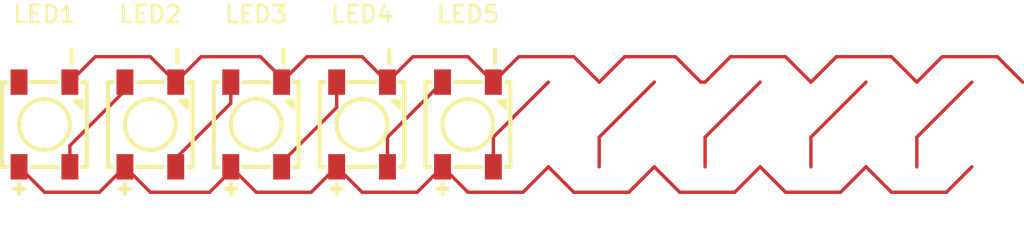
<source format=kicad_pcb>
(kicad_pcb (version 20241229) (generator "pcbnew") (generator_version "9.0")
  (layers (0 "F.Cu" signal) (2 "B.Cu" signal) (13 "F.Paste" user) (15 "B.Paste" user) (5 "F.SilkS" user "F.Silkscreen") (7 "B.SilkS" user "B.Silkscreen") (1 "F.Mask" user) (3 "B.Mask" user) (25 "Edge.Cuts" user))
  (net 0 "")
  (net 2 "DOU-1")
  (net 3 "DIN")
  (net 4 "gnd")
  (net 6 "VDD")
  (net 7 "data_out")
  (net 9 "DOU")
  (net 10 "DIN-1")
  (net 13 "data_in")
  (footprint "XINGLIGHT_XL_5050RGBC_WS2812B:LED-SMD_4P-L5.0-W5.0-BL_XL-5050RGBC" (layer "F.Cu") (at 142.875 100.875 0)
    (property "Reference" "LED5" (at 0 -6.5 0) (layer "F.SilkS") (hide no))
    (property "Value" "")
    (fp_line (start -2.5 -2.5) (end -2.23 -2.5) (stroke (width 0.25)) (layer "F.SilkS"))
    (fp_line (start -2.5 2.5) (end -2.5 -2.5) (stroke (width 0.25)) (layer "F.SilkS"))
    (fp_line (start -2.5 2.5) (end -2.23 2.5) (stroke (width 0.25)) (layer "F.SilkS"))
    (fp_line (start -1.8 3.8) (end -1.2 3.8) (stroke (width 0.25)) (layer "F.SilkS"))
    (fp_line (start -1.5 4.1) (end -1.5 3.5) (stroke (width 0.25)) (layer "F.SilkS"))
    (fp_line (start -0.77 -2.5) (end 0.77 -2.5) (stroke (width 0.25)) (layer "F.SilkS"))
    (fp_line (start -0.77 2.5) (end 0.77 2.5) (stroke (width 0.25)) (layer "F.SilkS"))
    (fp_line (start 1.6 -4.4) (end 1.6 -3.6) (stroke (width 0.25)) (layer "F.SilkS"))
    (fp_line (start 1.8 -1.4) (end 2.2 -1.4) (stroke (width 0.25)) (layer "F.SilkS"))
    (fp_line (start 2.2 -1.4) (end 2.2 -1) (stroke (width 0.25)) (layer "F.SilkS"))
    (fp_line (start 2.2 -1) (end 1.8 -1.4) (stroke (width 0.25)) (layer "F.SilkS"))
    (fp_line (start 2.23 -2.5) (end 2.5 -2.5) (stroke (width 0.25)) (layer "F.SilkS"))
    (fp_line (start 2.23 2.5) (end 2.5 2.5) (stroke (width 0.25)) (layer "F.SilkS"))
    (fp_line (start 2.5 2.5) (end 2.5 -2.5) (stroke (width 0.25)) (layer "F.SilkS"))
    (fp_circle (center 0 0) (end 1.5 0) (stroke (width 0.25)) (fill no) (layer "F.SilkS"))
    (fp_text user "${REFERENCE}" (at 0 -6.5 0) (layer "F.SilkS"))
    (pad "1" smd rect (at -1.5 2.5 90) (size 1.5 1) (layers "F.Cu" "F.Mask" "F.Paste") (net 6 "VDD"))
    (pad "2" smd rect (at 1.5 2.5 90) (size 1.5 1) (layers "F.Cu" "F.Mask" "F.Paste") (net 7 "data_out"))
    (pad "3" smd rect (at 1.5 -2.5 90) (size 1.5 1) (layers "F.Cu" "F.Mask" "F.Paste") (net 4 "gnd"))
    (pad "4" smd rect (at -1.5 -2.5 90) (size 1.5 1) (layers "F.Cu" "F.Mask" "F.Paste") (net 9 "DOU"))
  )
  (footprint "XINGLIGHT_XL_5050RGBC_WS2812B:LED-SMD_4P-L5.0-W5.0-BL_XL-5050RGBC" (layer "F.Cu") (at 124.125 100.875 0)
    (property "Reference" "LED2" (at 0 -6.5 0) (layer "F.SilkS") (hide no))
    (property "Value" "")
    (fp_line (start -2.5 -2.5) (end -2.23 -2.5) (stroke (width 0.25)) (layer "F.SilkS"))
    (fp_line (start -2.5 2.5) (end -2.5 -2.5) (stroke (width 0.25)) (layer "F.SilkS"))
    (fp_line (start -2.5 2.5) (end -2.23 2.5) (stroke (width 0.25)) (layer "F.SilkS"))
    (fp_line (start -1.8 3.8) (end -1.2 3.8) (stroke (width 0.25)) (layer "F.SilkS"))
    (fp_line (start -1.5 4.1) (end -1.5 3.5) (stroke (width 0.25)) (layer "F.SilkS"))
    (fp_line (start -0.77 -2.5) (end 0.77 -2.5) (stroke (width 0.25)) (layer "F.SilkS"))
    (fp_line (start -0.77 2.5) (end 0.77 2.5) (stroke (width 0.25)) (layer "F.SilkS"))
    (fp_line (start 1.6 -4.4) (end 1.6 -3.6) (stroke (width 0.25)) (layer "F.SilkS"))
    (fp_line (start 1.8 -1.4) (end 2.2 -1.4) (stroke (width 0.25)) (layer "F.SilkS"))
    (fp_line (start 2.2 -1.4) (end 2.2 -1) (stroke (width 0.25)) (layer "F.SilkS"))
    (fp_line (start 2.2 -1) (end 1.8 -1.4) (stroke (width 0.25)) (layer "F.SilkS"))
    (fp_line (start 2.23 -2.5) (end 2.5 -2.5) (stroke (width 0.25)) (layer "F.SilkS"))
    (fp_line (start 2.23 2.5) (end 2.5 2.5) (stroke (width 0.25)) (layer "F.SilkS"))
    (fp_line (start 2.5 2.5) (end 2.5 -2.5) (stroke (width 0.25)) (layer "F.SilkS"))
    (fp_circle (center 0 0) (end 1.5 0) (stroke (width 0.25)) (fill no) (layer "F.SilkS"))
    (fp_text user "${REFERENCE}" (at 0 -6.5 0) (layer "F.SilkS"))
    (pad "1" smd rect (at -1.5 2.5 90) (size 1.5 1) (layers "F.Cu" "F.Mask" "F.Paste") (net 6 "VDD"))
    (pad "2" smd rect (at 1.5 2.5 90) (size 1.5 1) (layers "F.Cu" "F.Mask" "F.Paste") (net 2 "DOU-1"))
    (pad "3" smd rect (at 1.5 -2.5 90) (size 1.5 1) (layers "F.Cu" "F.Mask" "F.Paste") (net 4 "gnd"))
    (pad "4" smd rect (at -1.5 -2.5 90) (size 1.5 1) (layers "F.Cu" "F.Mask" "F.Paste") (net 10 "DIN-1"))
  )
  (footprint "XINGLIGHT_XL_5050RGBC_WS2812B:LED-SMD_4P-L5.0-W5.0-BL_XL-5050RGBC" (layer "F.Cu") (at 136.625 100.875 0)
    (property "Reference" "LED4" (at 0 -6.5 0) (layer "F.SilkS") (hide no))
    (property "Value" "")
    (fp_line (start -2.5 -2.5) (end -2.23 -2.5) (stroke (width 0.25)) (layer "F.SilkS"))
    (fp_line (start -2.5 2.5) (end -2.5 -2.5) (stroke (width 0.25)) (layer "F.SilkS"))
    (fp_line (start -2.5 2.5) (end -2.23 2.5) (stroke (width 0.25)) (layer "F.SilkS"))
    (fp_line (start -1.8 3.8) (end -1.2 3.8) (stroke (width 0.25)) (layer "F.SilkS"))
    (fp_line (start -1.5 4.1) (end -1.5 3.5) (stroke (width 0.25)) (layer "F.SilkS"))
    (fp_line (start -0.77 -2.5) (end 0.77 -2.5) (stroke (width 0.25)) (layer "F.SilkS"))
    (fp_line (start -0.77 2.5) (end 0.77 2.5) (stroke (width 0.25)) (layer "F.SilkS"))
    (fp_line (start 1.6 -4.4) (end 1.6 -3.6) (stroke (width 0.25)) (layer "F.SilkS"))
    (fp_line (start 1.8 -1.4) (end 2.2 -1.4) (stroke (width 0.25)) (layer "F.SilkS"))
    (fp_line (start 2.2 -1.4) (end 2.2 -1) (stroke (width 0.25)) (layer "F.SilkS"))
    (fp_line (start 2.2 -1) (end 1.8 -1.4) (stroke (width 0.25)) (layer "F.SilkS"))
    (fp_line (start 2.23 -2.5) (end 2.5 -2.5) (stroke (width 0.25)) (layer "F.SilkS"))
    (fp_line (start 2.23 2.5) (end 2.5 2.5) (stroke (width 0.25)) (layer "F.SilkS"))
    (fp_line (start 2.5 2.5) (end 2.5 -2.5) (stroke (width 0.25)) (layer "F.SilkS"))
    (fp_circle (center 0 0) (end 1.5 0) (stroke (width 0.25)) (fill no) (layer "F.SilkS"))
    (fp_text user "${REFERENCE}" (at 0 -6.5 0) (layer "F.SilkS"))
    (pad "1" smd rect (at -1.5 2.5 90) (size 1.5 1) (layers "F.Cu" "F.Mask" "F.Paste") (net 6 "VDD"))
    (pad "2" smd rect (at 1.5 2.5 90) (size 1.5 1) (layers "F.Cu" "F.Mask" "F.Paste") (net 9 "DOU"))
    (pad "3" smd rect (at 1.5 -2.5 90) (size 1.5 1) (layers "F.Cu" "F.Mask" "F.Paste") (net 4 "gnd"))
    (pad "4" smd rect (at -1.5 -2.5 90) (size 1.5 1) (layers "F.Cu" "F.Mask" "F.Paste") (net 3 "DIN"))
  )
  (footprint "XINGLIGHT_XL_5050RGBC_WS2812B:LED-SMD_4P-L5.0-W5.0-BL_XL-5050RGBC" (layer "F.Cu") (at 117.875 100.875 0)
    (property "Reference" "LED1" (at 0 -6.5 0) (layer "F.SilkS") (hide no))
    (property "Value" "")
    (fp_line (start -2.5 -2.5) (end -2.23 -2.5) (stroke (width 0.25)) (layer "F.SilkS"))
    (fp_line (start -2.5 2.5) (end -2.5 -2.5) (stroke (width 0.25)) (layer "F.SilkS"))
    (fp_line (start -2.5 2.5) (end -2.23 2.5) (stroke (width 0.25)) (layer "F.SilkS"))
    (fp_line (start -1.8 3.8) (end -1.2 3.8) (stroke (width 0.25)) (layer "F.SilkS"))
    (fp_line (start -1.5 4.1) (end -1.5 3.5) (stroke (width 0.25)) (layer "F.SilkS"))
    (fp_line (start -0.77 -2.5) (end 0.77 -2.5) (stroke (width 0.25)) (layer "F.SilkS"))
    (fp_line (start -0.77 2.5) (end 0.77 2.5) (stroke (width 0.25)) (layer "F.SilkS"))
    (fp_line (start 1.6 -4.4) (end 1.6 -3.6) (stroke (width 0.25)) (layer "F.SilkS"))
    (fp_line (start 1.8 -1.4) (end 2.2 -1.4) (stroke (width 0.25)) (layer "F.SilkS"))
    (fp_line (start 2.2 -1.4) (end 2.2 -1) (stroke (width 0.25)) (layer "F.SilkS"))
    (fp_line (start 2.2 -1) (end 1.8 -1.4) (stroke (width 0.25)) (layer "F.SilkS"))
    (fp_line (start 2.23 -2.5) (end 2.5 -2.5) (stroke (width 0.25)) (layer "F.SilkS"))
    (fp_line (start 2.23 2.5) (end 2.5 2.5) (stroke (width 0.25)) (layer "F.SilkS"))
    (fp_line (start 2.5 2.5) (end 2.5 -2.5) (stroke (width 0.25)) (layer "F.SilkS"))
    (fp_circle (center 0 0) (end 1.5 0) (stroke (width 0.25)) (fill no) (layer "F.SilkS"))
    (fp_text user "${REFERENCE}" (at 0 -6.5 0) (layer "F.SilkS"))
    (pad "1" smd rect (at -1.5 2.5 90) (size 1.5 1) (layers "F.Cu" "F.Mask" "F.Paste") (net 6 "VDD"))
    (pad "2" smd rect (at 1.5 2.5 90) (size 1.5 1) (layers "F.Cu" "F.Mask" "F.Paste") (net 10 "DIN-1"))
    (pad "3" smd rect (at 1.5 -2.5 90) (size 1.5 1) (layers "F.Cu" "F.Mask" "F.Paste") (net 4 "gnd"))
    (pad "4" smd rect (at -1.5 -2.5 90) (size 1.5 1) (layers "F.Cu" "F.Mask" "F.Paste") (net 13 "data_in"))
  )
  (footprint "XINGLIGHT_XL_5050RGBC_WS2812B:LED-SMD_4P-L5.0-W5.0-BL_XL-5050RGBC" (layer "F.Cu") (at 130.375 100.875 0)
    (property "Reference" "LED3" (at 0 -6.5 0) (layer "F.SilkS") (hide no))
    (property "Value" "")
    (fp_line (start -2.5 -2.5) (end -2.23 -2.5) (stroke (width 0.25)) (layer "F.SilkS"))
    (fp_line (start -2.5 2.5) (end -2.5 -2.5) (stroke (width 0.25)) (layer "F.SilkS"))
    (fp_line (start -2.5 2.5) (end -2.23 2.5) (stroke (width 0.25)) (layer "F.SilkS"))
    (fp_line (start -1.8 3.8) (end -1.2 3.8) (stroke (width 0.25)) (layer "F.SilkS"))
    (fp_line (start -1.5 4.1) (end -1.5 3.5) (stroke (width 0.25)) (layer "F.SilkS"))
    (fp_line (start -0.77 -2.5) (end 0.77 -2.5) (stroke (width 0.25)) (layer "F.SilkS"))
    (fp_line (start -0.77 2.5) (end 0.77 2.5) (stroke (width 0.25)) (layer "F.SilkS"))
    (fp_line (start 1.6 -4.4) (end 1.6 -3.6) (stroke (width 0.25)) (layer "F.SilkS"))
    (fp_line (start 1.8 -1.4) (end 2.2 -1.4) (stroke (width 0.25)) (layer "F.SilkS"))
    (fp_line (start 2.2 -1.4) (end 2.2 -1) (stroke (width 0.25)) (layer "F.SilkS"))
    (fp_line (start 2.2 -1) (end 1.8 -1.4) (stroke (width 0.25)) (layer "F.SilkS"))
    (fp_line (start 2.23 -2.5) (end 2.5 -2.5) (stroke (width 0.25)) (layer "F.SilkS"))
    (fp_line (start 2.23 2.5) (end 2.5 2.5) (stroke (width 0.25)) (layer "F.SilkS"))
    (fp_line (start 2.5 2.5) (end 2.5 -2.5) (stroke (width 0.25)) (layer "F.SilkS"))
    (fp_circle (center 0 0) (end 1.5 0) (stroke (width 0.25)) (fill no) (layer "F.SilkS"))
    (fp_text user "${REFERENCE}" (at 0 -6.5 0) (layer "F.SilkS"))
    (pad "1" smd rect (at -1.5 2.5 90) (size 1.5 1) (layers "F.Cu" "F.Mask" "F.Paste") (net 6 "VDD"))
    (pad "2" smd rect (at 1.5 2.5 90) (size 1.5 1) (layers "F.Cu" "F.Mask" "F.Paste") (net 3 "DIN"))
    (pad "3" smd rect (at 1.5 -2.5 90) (size 1.5 1) (layers "F.Cu" "F.Mask" "F.Paste") (net 4 "gnd"))
    (pad "4" smd rect (at -1.5 -2.5 90) (size 1.5 1) (layers "F.Cu" "F.Mask" "F.Paste") (net 2 "DOU-1"))
  )
  (segment (start 163.125 101.625) (end 166.375 98.375) (width 0.2) (net 0) (layer "F.Cu"))
  (segment (start 163.125 103.375) (end 163.125 101.625) (width 0.2) (net 0) (layer "F.Cu"))
  (segment (start 128.875 99.625) (end 128.875 98.375) (width 0.2) (net 2) (layer "F.Cu"))
  (segment (start 125.625 103.375) (end 125.625 102.875) (width 0.2) (net 2) (layer "F.Cu"))
  (segment (start 125.625 102.875) (end 128.875 99.625) (width 0.2) (net 2) (layer "F.Cu"))
  (segment (start 131.875 103.375) (end 131.875 103.125) (width 0.2) (net 3) (layer "F.Cu"))
  (segment (start 135.125 99.875) (end 135.125 98.375) (width 0.2) (net 3) (layer "F.Cu"))
  (segment (start 131.875 103.125) (end 135.125 99.875) (width 0.2) (net 3) (layer "F.Cu"))
  (segment (start 155.125 96.875) (end 156.625 98.375) (width 0.2) (net 4) (layer "F.Cu"))
  (segment (start 138.125 98.375) (end 139.625 96.875) (width 0.2) (net 4) (layer "F.Cu"))
  (segment (start 131.875 98.375) (end 133.375 96.875) (width 0.2) (net 4) (layer "F.Cu"))
  (segment (start 139.625 96.875) (end 142.875 96.875) (width 0.2) (net 4) (layer "F.Cu"))
  (segment (start 136.625 96.875) (end 138.125 98.375) (width 0.2) (net 4) (layer "F.Cu"))
  (segment (start 120.875 96.875) (end 124.125 96.875) (width 0.2) (net 4) (layer "F.Cu"))
  (segment (start 152.125 96.875) (end 155.125 96.875) (width 0.2) (net 4) (layer "F.Cu"))
  (segment (start 169.375 98.375) (end 170.875 96.875) (width 0.2) (net 4) (layer "F.Cu"))
  (segment (start 156.875 98.375) (end 158.375 96.875) (width 0.2) (net 4) (layer "F.Cu"))
  (segment (start 161.625 96.875) (end 163.125 98.375) (width 0.2) (net 4) (layer "F.Cu"))
  (segment (start 170.875 96.875) (end 174.125 96.875) (width 0.2) (net 4) (layer "F.Cu"))
  (segment (start 131.875 98.375) (end 131.875 98.125) (width 0.2) (net 4) (layer "F.Cu"))
  (segment (start 133.375 96.875) (end 136.625 96.875) (width 0.2) (net 4) (layer "F.Cu"))
  (segment (start 142.875 96.875) (end 144.375 98.375) (width 0.2) (net 4) (layer "F.Cu"))
  (segment (start 163.125 98.375) (end 164.625 96.875) (width 0.2) (net 4) (layer "F.Cu"))
  (segment (start 144.375 98.375) (end 145.875 96.875) (width 0.2) (net 4) (layer "F.Cu"))
  (segment (start 127.125 96.875) (end 130.625 96.875) (width 0.2) (net 4) (layer "F.Cu"))
  (segment (start 149.125 96.875) (end 150.625 98.375) (width 0.2) (net 4) (layer "F.Cu"))
  (segment (start 130.625 96.875) (end 131.875 98.125) (width 0.2) (net 4) (layer "F.Cu"))
  (segment (start 150.625 98.375) (end 152.125 96.875) (width 0.2) (net 4) (layer "F.Cu"))
  (segment (start 119.375 98.375) (end 120.875 96.875) (width 0.2) (net 4) (layer "F.Cu"))
  (segment (start 145.875 96.875) (end 149.125 96.875) (width 0.2) (net 4) (layer "F.Cu"))
  (segment (start 164.625 96.875) (end 167.875 96.875) (width 0.2) (net 4) (layer "F.Cu"))
  (segment (start 174.125 96.875) (end 175.625 98.375) (width 0.2) (net 4) (layer "F.Cu"))
  (segment (start 125.625 98.375) (end 127.125 96.875) (width 0.2) (net 4) (layer "F.Cu"))
  (segment (start 158.375 96.875) (end 161.625 96.875) (width 0.2) (net 4) (layer "F.Cu"))
  (segment (start 167.875 96.875) (end 169.375 98.375) (width 0.2) (net 4) (layer "F.Cu"))
  (segment (start 124.125 96.875) (end 125.625 98.375) (width 0.2) (net 4) (layer "F.Cu"))
  (segment (start 156.625 98.375) (end 156.875 98.375) (width 0.2) (net 4) (layer "F.Cu"))
  (segment (start 147.625 103.375) (end 149.125 104.875) (width 0.2) (net 6) (layer "F.Cu"))
  (segment (start 124.125 104.875) (end 122.625 103.375) (width 0.2) (net 6) (layer "F.Cu"))
  (segment (start 141.375 103.375) (end 142.875 104.875) (width 0.2) (net 6) (layer "F.Cu"))
  (segment (start 155.375 104.875) (end 158.625 104.875) (width 0.2) (net 6) (layer "F.Cu"))
  (segment (start 161.625 104.875) (end 164.875 104.875) (width 0.2) (net 6) (layer "F.Cu"))
  (segment (start 166.375 103.375) (end 167.875 104.875) (width 0.2) (net 6) (layer "F.Cu"))
  (segment (start 139.875 104.875) (end 141.375 103.375) (width 0.2) (net 6) (layer "F.Cu"))
  (segment (start 130.375 104.875) (end 133.625 104.875) (width 0.2) (net 6) (layer "F.Cu"))
  (segment (start 136.625 104.875) (end 139.875 104.875) (width 0.2) (net 6) (layer "F.Cu"))
  (segment (start 146.125 104.875) (end 147.625 103.375) (width 0.2) (net 6) (layer "F.Cu"))
  (segment (start 128.875 103.625) (end 128.875 103.375) (width 0.2) (net 6) (layer "F.Cu"))
  (segment (start 128.875 103.375) (end 130.375 104.875) (width 0.2) (net 6) (layer "F.Cu"))
  (segment (start 167.875 104.875) (end 171.125 104.875) (width 0.2) (net 6) (layer "F.Cu"))
  (segment (start 135.125 103.375) (end 136.625 104.875) (width 0.2) (net 6) (layer "F.Cu"))
  (segment (start 142.875 104.875) (end 146.125 104.875) (width 0.2) (net 6) (layer "F.Cu"))
  (segment (start 127.625 104.875) (end 128.875 103.625) (width 0.2) (net 6) (layer "F.Cu"))
  (segment (start 158.625 104.875) (end 160.125 103.375) (width 0.2) (net 6) (layer "F.Cu"))
  (segment (start 133.625 104.875) (end 135.125 103.375) (width 0.2) (net 6) (layer "F.Cu"))
  (segment (start 164.875 104.875) (end 166.375 103.375) (width 0.2) (net 6) (layer "F.Cu"))
  (segment (start 121.125 104.875) (end 122.625 103.375) (width 0.2) (net 6) (layer "F.Cu"))
  (segment (start 171.125 104.875) (end 172.625 103.375) (width 0.2) (net 6) (layer "F.Cu"))
  (segment (start 160.125 103.375) (end 161.625 104.875) (width 0.2) (net 6) (layer "F.Cu"))
  (segment (start 152.375 104.875) (end 153.875 103.375) (width 0.2) (net 6) (layer "F.Cu"))
  (segment (start 116.375 103.375) (end 117.875 104.875) (width 0.2) (net 6) (layer "F.Cu"))
  (segment (start 153.875 103.375) (end 155.375 104.875) (width 0.2) (net 6) (layer "F.Cu"))
  (segment (start 117.875 104.875) (end 121.125 104.875) (width 0.2) (net 6) (layer "F.Cu"))
  (segment (start 149.125 104.875) (end 152.375 104.875) (width 0.2) (net 6) (layer "F.Cu"))
  (segment (start 127.625 104.875) (end 124.125 104.875) (width 0.2) (net 6) (layer "F.Cu"))
  (segment (start 144.375 103.375) (end 144.375 101.625) (width 0.2) (net 7) (layer "F.Cu"))
  (segment (start 144.375 101.625) (end 147.625 98.375) (width 0.2) (net 7) (layer "F.Cu"))
  (segment (start 169.375 101.625) (end 172.625 98.375) (width 0.2) (net 0) (layer "F.Cu"))
  (segment (start 169.375 103.375) (end 169.375 101.625) (width 0.2) (net 0) (layer "F.Cu"))
  (segment (start 138.125 101.625) (end 141.375 98.375) (width 0.2) (net 9) (layer "F.Cu"))
  (segment (start 138.125 103.375) (end 138.125 101.625) (width 0.2) (net 9) (layer "F.Cu"))
  (segment (start 119.375 103.375) (end 119.375 102.125) (width 0.2) (net 10) (layer "F.Cu"))
  (segment (start 119.375 102.125) (end 122.625 98.875) (width 0.2) (net 10) (layer "F.Cu"))
  (segment (start 122.625 98.875) (end 122.625 98.375) (width 0.2) (net 10) (layer "F.Cu"))
  (segment (start 150.625 103.375) (end 150.625 101.625) (width 0.2) (net 0) (layer "F.Cu"))
  (segment (start 150.625 101.625) (end 153.875 98.375) (width 0.2) (net 0) (layer "F.Cu"))
  (segment (start 156.875 101.625) (end 160.125 98.375) (width 0.2) (net 0) (layer "F.Cu"))
  (segment (start 156.875 103.375) (end 156.875 101.625) (width 0.2) (net 0) (layer "F.Cu"))
)
</source>
